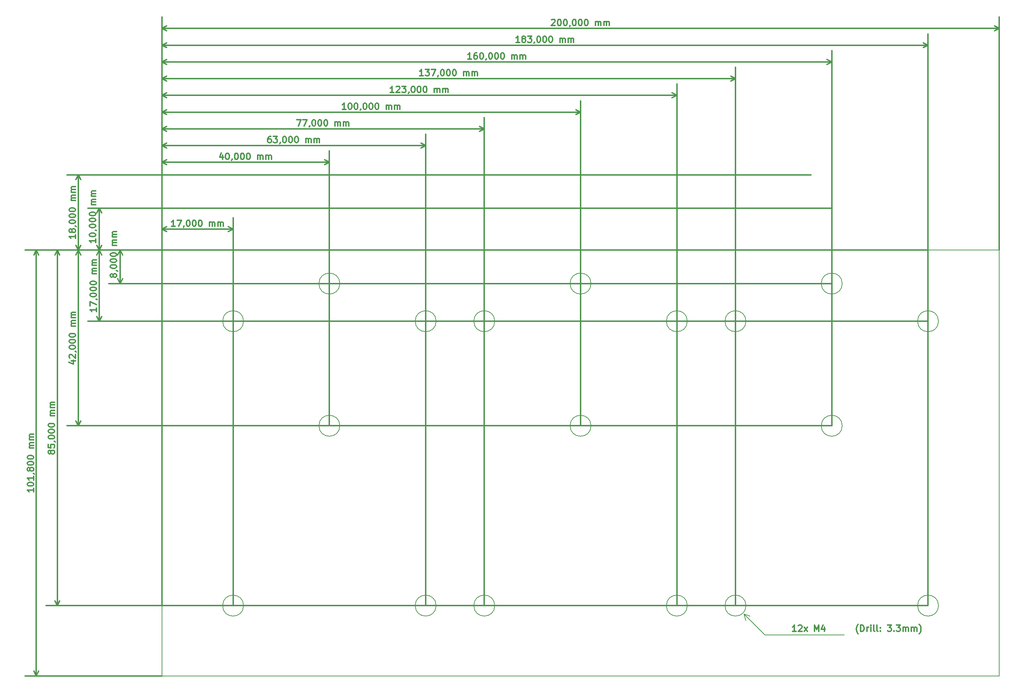
<source format=gbr>
G04 #@! TF.FileFunction,Drawing*
%FSLAX46Y46*%
G04 Gerber Fmt 4.6, Leading zero omitted, Abs format (unit mm)*
G04 Created by KiCad (PCBNEW 4.0.7) date 04/16/18 09:07:38*
%MOMM*%
%LPD*%
G01*
G04 APERTURE LIST*
%ADD10C,0.100000*%
%ADD11C,0.300000*%
%ADD12C,0.200000*%
G04 APERTURE END LIST*
D10*
D11*
X-7857142Y6671429D02*
X-8714285Y6671429D01*
X-8285713Y6671429D02*
X-8285713Y8171429D01*
X-8428570Y7957143D01*
X-8571428Y7814286D01*
X-8714285Y7742857D01*
X-7357142Y8171429D02*
X-6357142Y8171429D01*
X-6999999Y6671429D01*
X-5714286Y6742857D02*
X-5714286Y6671429D01*
X-5785714Y6528571D01*
X-5857143Y6457143D01*
X-4785714Y8171429D02*
X-4642857Y8171429D01*
X-4500000Y8100000D01*
X-4428571Y8028571D01*
X-4357142Y7885714D01*
X-4285714Y7600000D01*
X-4285714Y7242857D01*
X-4357142Y6957143D01*
X-4428571Y6814286D01*
X-4500000Y6742857D01*
X-4642857Y6671429D01*
X-4785714Y6671429D01*
X-4928571Y6742857D01*
X-5000000Y6814286D01*
X-5071428Y6957143D01*
X-5142857Y7242857D01*
X-5142857Y7600000D01*
X-5071428Y7885714D01*
X-5000000Y8028571D01*
X-4928571Y8100000D01*
X-4785714Y8171429D01*
X-3357143Y8171429D02*
X-3214286Y8171429D01*
X-3071429Y8100000D01*
X-3000000Y8028571D01*
X-2928571Y7885714D01*
X-2857143Y7600000D01*
X-2857143Y7242857D01*
X-2928571Y6957143D01*
X-3000000Y6814286D01*
X-3071429Y6742857D01*
X-3214286Y6671429D01*
X-3357143Y6671429D01*
X-3500000Y6742857D01*
X-3571429Y6814286D01*
X-3642857Y6957143D01*
X-3714286Y7242857D01*
X-3714286Y7600000D01*
X-3642857Y7885714D01*
X-3571429Y8028571D01*
X-3500000Y8100000D01*
X-3357143Y8171429D01*
X-1928572Y8171429D02*
X-1785715Y8171429D01*
X-1642858Y8100000D01*
X-1571429Y8028571D01*
X-1500000Y7885714D01*
X-1428572Y7600000D01*
X-1428572Y7242857D01*
X-1500000Y6957143D01*
X-1571429Y6814286D01*
X-1642858Y6742857D01*
X-1785715Y6671429D01*
X-1928572Y6671429D01*
X-2071429Y6742857D01*
X-2142858Y6814286D01*
X-2214286Y6957143D01*
X-2285715Y7242857D01*
X-2285715Y7600000D01*
X-2214286Y7885714D01*
X-2142858Y8028571D01*
X-2071429Y8100000D01*
X-1928572Y8171429D01*
X357142Y6671429D02*
X357142Y7671429D01*
X357142Y7528571D02*
X428570Y7600000D01*
X571428Y7671429D01*
X785713Y7671429D01*
X928570Y7600000D01*
X999999Y7457143D01*
X999999Y6671429D01*
X999999Y7457143D02*
X1071428Y7600000D01*
X1214285Y7671429D01*
X1428570Y7671429D01*
X1571428Y7600000D01*
X1642856Y7457143D01*
X1642856Y6671429D01*
X2357142Y6671429D02*
X2357142Y7671429D01*
X2357142Y7528571D02*
X2428570Y7600000D01*
X2571428Y7671429D01*
X2785713Y7671429D01*
X2928570Y7600000D01*
X2999999Y7457143D01*
X2999999Y6671429D01*
X2999999Y7457143D02*
X3071428Y7600000D01*
X3214285Y7671429D01*
X3428570Y7671429D01*
X3571428Y7600000D01*
X3642856Y7457143D01*
X3642856Y6671429D01*
X6000000Y6000000D02*
X-11000000Y6000000D01*
X6000000Y-84000000D02*
X6000000Y8700000D01*
X-11000000Y-84000000D02*
X-11000000Y8700000D01*
X-11000000Y6000000D02*
X-9873496Y6586421D01*
X-11000000Y6000000D02*
X-9873496Y5413579D01*
X6000000Y6000000D02*
X4873496Y6586421D01*
X6000000Y6000000D02*
X4873496Y5413579D01*
X-31671429Y4642858D02*
X-31671429Y3785715D01*
X-31671429Y4214287D02*
X-33171429Y4214287D01*
X-32957143Y4071430D01*
X-32814286Y3928572D01*
X-32742857Y3785715D01*
X-32528571Y5500001D02*
X-32600000Y5357143D01*
X-32671429Y5285715D01*
X-32814286Y5214286D01*
X-32885714Y5214286D01*
X-33028571Y5285715D01*
X-33100000Y5357143D01*
X-33171429Y5500001D01*
X-33171429Y5785715D01*
X-33100000Y5928572D01*
X-33028571Y6000001D01*
X-32885714Y6071429D01*
X-32814286Y6071429D01*
X-32671429Y6000001D01*
X-32600000Y5928572D01*
X-32528571Y5785715D01*
X-32528571Y5500001D01*
X-32457143Y5357143D01*
X-32385714Y5285715D01*
X-32242857Y5214286D01*
X-31957143Y5214286D01*
X-31814286Y5285715D01*
X-31742857Y5357143D01*
X-31671429Y5500001D01*
X-31671429Y5785715D01*
X-31742857Y5928572D01*
X-31814286Y6000001D01*
X-31957143Y6071429D01*
X-32242857Y6071429D01*
X-32385714Y6000001D01*
X-32457143Y5928572D01*
X-32528571Y5785715D01*
X-31742857Y6785714D02*
X-31671429Y6785714D01*
X-31528571Y6714286D01*
X-31457143Y6642857D01*
X-33171429Y7714286D02*
X-33171429Y7857143D01*
X-33100000Y8000000D01*
X-33028571Y8071429D01*
X-32885714Y8142858D01*
X-32600000Y8214286D01*
X-32242857Y8214286D01*
X-31957143Y8142858D01*
X-31814286Y8071429D01*
X-31742857Y8000000D01*
X-31671429Y7857143D01*
X-31671429Y7714286D01*
X-31742857Y7571429D01*
X-31814286Y7500000D01*
X-31957143Y7428572D01*
X-32242857Y7357143D01*
X-32600000Y7357143D01*
X-32885714Y7428572D01*
X-33028571Y7500000D01*
X-33100000Y7571429D01*
X-33171429Y7714286D01*
X-33171429Y9142857D02*
X-33171429Y9285714D01*
X-33100000Y9428571D01*
X-33028571Y9500000D01*
X-32885714Y9571429D01*
X-32600000Y9642857D01*
X-32242857Y9642857D01*
X-31957143Y9571429D01*
X-31814286Y9500000D01*
X-31742857Y9428571D01*
X-31671429Y9285714D01*
X-31671429Y9142857D01*
X-31742857Y9000000D01*
X-31814286Y8928571D01*
X-31957143Y8857143D01*
X-32242857Y8785714D01*
X-32600000Y8785714D01*
X-32885714Y8857143D01*
X-33028571Y8928571D01*
X-33100000Y9000000D01*
X-33171429Y9142857D01*
X-33171429Y10571428D02*
X-33171429Y10714285D01*
X-33100000Y10857142D01*
X-33028571Y10928571D01*
X-32885714Y11000000D01*
X-32600000Y11071428D01*
X-32242857Y11071428D01*
X-31957143Y11000000D01*
X-31814286Y10928571D01*
X-31742857Y10857142D01*
X-31671429Y10714285D01*
X-31671429Y10571428D01*
X-31742857Y10428571D01*
X-31814286Y10357142D01*
X-31957143Y10285714D01*
X-32242857Y10214285D01*
X-32600000Y10214285D01*
X-32885714Y10285714D01*
X-33028571Y10357142D01*
X-33100000Y10428571D01*
X-33171429Y10571428D01*
X-31671429Y12857142D02*
X-32671429Y12857142D01*
X-32528571Y12857142D02*
X-32600000Y12928570D01*
X-32671429Y13071428D01*
X-32671429Y13285713D01*
X-32600000Y13428570D01*
X-32457143Y13499999D01*
X-31671429Y13499999D01*
X-32457143Y13499999D02*
X-32600000Y13571428D01*
X-32671429Y13714285D01*
X-32671429Y13928570D01*
X-32600000Y14071428D01*
X-32457143Y14142856D01*
X-31671429Y14142856D01*
X-31671429Y14857142D02*
X-32671429Y14857142D01*
X-32528571Y14857142D02*
X-32600000Y14928570D01*
X-32671429Y15071428D01*
X-32671429Y15285713D01*
X-32600000Y15428570D01*
X-32457143Y15499999D01*
X-31671429Y15499999D01*
X-32457143Y15499999D02*
X-32600000Y15571428D01*
X-32671429Y15714285D01*
X-32671429Y15928570D01*
X-32600000Y16071428D01*
X-32457143Y16142856D01*
X-31671429Y16142856D01*
X-31000000Y1000000D02*
X-31000000Y19000000D01*
X144000000Y1000000D02*
X-33700000Y1000000D01*
X144000000Y19000000D02*
X-33700000Y19000000D01*
X-31000000Y19000000D02*
X-30413579Y17873496D01*
X-31000000Y19000000D02*
X-31586421Y17873496D01*
X-31000000Y1000000D02*
X-30413579Y2126504D01*
X-31000000Y1000000D02*
X-31586421Y2126504D01*
X-26821429Y3642858D02*
X-26821429Y2785715D01*
X-26821429Y3214287D02*
X-28321429Y3214287D01*
X-28107143Y3071430D01*
X-27964286Y2928572D01*
X-27892857Y2785715D01*
X-28321429Y4571429D02*
X-28321429Y4714286D01*
X-28250000Y4857143D01*
X-28178571Y4928572D01*
X-28035714Y5000001D01*
X-27750000Y5071429D01*
X-27392857Y5071429D01*
X-27107143Y5000001D01*
X-26964286Y4928572D01*
X-26892857Y4857143D01*
X-26821429Y4714286D01*
X-26821429Y4571429D01*
X-26892857Y4428572D01*
X-26964286Y4357143D01*
X-27107143Y4285715D01*
X-27392857Y4214286D01*
X-27750000Y4214286D01*
X-28035714Y4285715D01*
X-28178571Y4357143D01*
X-28250000Y4428572D01*
X-28321429Y4571429D01*
X-26892857Y5785714D02*
X-26821429Y5785714D01*
X-26678571Y5714286D01*
X-26607143Y5642857D01*
X-28321429Y6714286D02*
X-28321429Y6857143D01*
X-28250000Y7000000D01*
X-28178571Y7071429D01*
X-28035714Y7142858D01*
X-27750000Y7214286D01*
X-27392857Y7214286D01*
X-27107143Y7142858D01*
X-26964286Y7071429D01*
X-26892857Y7000000D01*
X-26821429Y6857143D01*
X-26821429Y6714286D01*
X-26892857Y6571429D01*
X-26964286Y6500000D01*
X-27107143Y6428572D01*
X-27392857Y6357143D01*
X-27750000Y6357143D01*
X-28035714Y6428572D01*
X-28178571Y6500000D01*
X-28250000Y6571429D01*
X-28321429Y6714286D01*
X-28321429Y8142857D02*
X-28321429Y8285714D01*
X-28250000Y8428571D01*
X-28178571Y8500000D01*
X-28035714Y8571429D01*
X-27750000Y8642857D01*
X-27392857Y8642857D01*
X-27107143Y8571429D01*
X-26964286Y8500000D01*
X-26892857Y8428571D01*
X-26821429Y8285714D01*
X-26821429Y8142857D01*
X-26892857Y8000000D01*
X-26964286Y7928571D01*
X-27107143Y7857143D01*
X-27392857Y7785714D01*
X-27750000Y7785714D01*
X-28035714Y7857143D01*
X-28178571Y7928571D01*
X-28250000Y8000000D01*
X-28321429Y8142857D01*
X-28321429Y9571428D02*
X-28321429Y9714285D01*
X-28250000Y9857142D01*
X-28178571Y9928571D01*
X-28035714Y10000000D01*
X-27750000Y10071428D01*
X-27392857Y10071428D01*
X-27107143Y10000000D01*
X-26964286Y9928571D01*
X-26892857Y9857142D01*
X-26821429Y9714285D01*
X-26821429Y9571428D01*
X-26892857Y9428571D01*
X-26964286Y9357142D01*
X-27107143Y9285714D01*
X-27392857Y9214285D01*
X-27750000Y9214285D01*
X-28035714Y9285714D01*
X-28178571Y9357142D01*
X-28250000Y9428571D01*
X-28321429Y9571428D01*
X-26821429Y11857142D02*
X-27821429Y11857142D01*
X-27678571Y11857142D02*
X-27750000Y11928570D01*
X-27821429Y12071428D01*
X-27821429Y12285713D01*
X-27750000Y12428570D01*
X-27607143Y12499999D01*
X-26821429Y12499999D01*
X-27607143Y12499999D02*
X-27750000Y12571428D01*
X-27821429Y12714285D01*
X-27821429Y12928570D01*
X-27750000Y13071428D01*
X-27607143Y13142856D01*
X-26821429Y13142856D01*
X-26821429Y13857142D02*
X-27821429Y13857142D01*
X-27678571Y13857142D02*
X-27750000Y13928570D01*
X-27821429Y14071428D01*
X-27821429Y14285713D01*
X-27750000Y14428570D01*
X-27607143Y14499999D01*
X-26821429Y14499999D01*
X-27607143Y14499999D02*
X-27750000Y14571428D01*
X-27821429Y14714285D01*
X-27821429Y14928570D01*
X-27750000Y15071428D01*
X-27607143Y15142856D01*
X-26821429Y15142856D01*
X-26000000Y1000000D02*
X-26000000Y11000000D01*
X149000000Y1000000D02*
X-28700000Y1000000D01*
X149000000Y11000000D02*
X-28700000Y11000000D01*
X-26000000Y11000000D02*
X-25413579Y9873496D01*
X-26000000Y11000000D02*
X-26586421Y9873496D01*
X-26000000Y1000000D02*
X-25413579Y2126504D01*
X-26000000Y1000000D02*
X-26586421Y2126504D01*
X82071430Y56028571D02*
X82142859Y56100000D01*
X82285716Y56171429D01*
X82642859Y56171429D01*
X82785716Y56100000D01*
X82857145Y56028571D01*
X82928573Y55885714D01*
X82928573Y55742857D01*
X82857145Y55528571D01*
X82000002Y54671429D01*
X82928573Y54671429D01*
X83857144Y56171429D02*
X84000001Y56171429D01*
X84142858Y56100000D01*
X84214287Y56028571D01*
X84285716Y55885714D01*
X84357144Y55600000D01*
X84357144Y55242857D01*
X84285716Y54957143D01*
X84214287Y54814286D01*
X84142858Y54742857D01*
X84000001Y54671429D01*
X83857144Y54671429D01*
X83714287Y54742857D01*
X83642858Y54814286D01*
X83571430Y54957143D01*
X83500001Y55242857D01*
X83500001Y55600000D01*
X83571430Y55885714D01*
X83642858Y56028571D01*
X83714287Y56100000D01*
X83857144Y56171429D01*
X85285715Y56171429D02*
X85428572Y56171429D01*
X85571429Y56100000D01*
X85642858Y56028571D01*
X85714287Y55885714D01*
X85785715Y55600000D01*
X85785715Y55242857D01*
X85714287Y54957143D01*
X85642858Y54814286D01*
X85571429Y54742857D01*
X85428572Y54671429D01*
X85285715Y54671429D01*
X85142858Y54742857D01*
X85071429Y54814286D01*
X85000001Y54957143D01*
X84928572Y55242857D01*
X84928572Y55600000D01*
X85000001Y55885714D01*
X85071429Y56028571D01*
X85142858Y56100000D01*
X85285715Y56171429D01*
X86500000Y54742857D02*
X86500000Y54671429D01*
X86428572Y54528571D01*
X86357143Y54457143D01*
X87428572Y56171429D02*
X87571429Y56171429D01*
X87714286Y56100000D01*
X87785715Y56028571D01*
X87857144Y55885714D01*
X87928572Y55600000D01*
X87928572Y55242857D01*
X87857144Y54957143D01*
X87785715Y54814286D01*
X87714286Y54742857D01*
X87571429Y54671429D01*
X87428572Y54671429D01*
X87285715Y54742857D01*
X87214286Y54814286D01*
X87142858Y54957143D01*
X87071429Y55242857D01*
X87071429Y55600000D01*
X87142858Y55885714D01*
X87214286Y56028571D01*
X87285715Y56100000D01*
X87428572Y56171429D01*
X88857143Y56171429D02*
X89000000Y56171429D01*
X89142857Y56100000D01*
X89214286Y56028571D01*
X89285715Y55885714D01*
X89357143Y55600000D01*
X89357143Y55242857D01*
X89285715Y54957143D01*
X89214286Y54814286D01*
X89142857Y54742857D01*
X89000000Y54671429D01*
X88857143Y54671429D01*
X88714286Y54742857D01*
X88642857Y54814286D01*
X88571429Y54957143D01*
X88500000Y55242857D01*
X88500000Y55600000D01*
X88571429Y55885714D01*
X88642857Y56028571D01*
X88714286Y56100000D01*
X88857143Y56171429D01*
X90285714Y56171429D02*
X90428571Y56171429D01*
X90571428Y56100000D01*
X90642857Y56028571D01*
X90714286Y55885714D01*
X90785714Y55600000D01*
X90785714Y55242857D01*
X90714286Y54957143D01*
X90642857Y54814286D01*
X90571428Y54742857D01*
X90428571Y54671429D01*
X90285714Y54671429D01*
X90142857Y54742857D01*
X90071428Y54814286D01*
X90000000Y54957143D01*
X89928571Y55242857D01*
X89928571Y55600000D01*
X90000000Y55885714D01*
X90071428Y56028571D01*
X90142857Y56100000D01*
X90285714Y56171429D01*
X92571428Y54671429D02*
X92571428Y55671429D01*
X92571428Y55528571D02*
X92642856Y55600000D01*
X92785714Y55671429D01*
X92999999Y55671429D01*
X93142856Y55600000D01*
X93214285Y55457143D01*
X93214285Y54671429D01*
X93214285Y55457143D02*
X93285714Y55600000D01*
X93428571Y55671429D01*
X93642856Y55671429D01*
X93785714Y55600000D01*
X93857142Y55457143D01*
X93857142Y54671429D01*
X94571428Y54671429D02*
X94571428Y55671429D01*
X94571428Y55528571D02*
X94642856Y55600000D01*
X94785714Y55671429D01*
X94999999Y55671429D01*
X95142856Y55600000D01*
X95214285Y55457143D01*
X95214285Y54671429D01*
X95214285Y55457143D02*
X95285714Y55600000D01*
X95428571Y55671429D01*
X95642856Y55671429D01*
X95785714Y55600000D01*
X95857142Y55457143D01*
X95857142Y54671429D01*
X-11000000Y54000000D02*
X189000000Y54000000D01*
X-11000000Y1000000D02*
X-11000000Y56700000D01*
X189000000Y1000000D02*
X189000000Y56700000D01*
X189000000Y54000000D02*
X187873496Y53413579D01*
X189000000Y54000000D02*
X187873496Y54586421D01*
X-11000000Y54000000D02*
X-9873496Y53413579D01*
X-11000000Y54000000D02*
X-9873496Y54586421D01*
D12*
X129500000Y-86500000D02*
X128000000Y-86000000D01*
X128000000Y-86000000D02*
X128500000Y-87500000D01*
X133000000Y-91000000D02*
X152000000Y-91000000D01*
X128000000Y-86000000D02*
X133000000Y-91000000D01*
D11*
X140464287Y-90178571D02*
X139607144Y-90178571D01*
X140035716Y-90178571D02*
X140035716Y-88678571D01*
X139892859Y-88892857D01*
X139750001Y-89035714D01*
X139607144Y-89107143D01*
X141035715Y-88821429D02*
X141107144Y-88750000D01*
X141250001Y-88678571D01*
X141607144Y-88678571D01*
X141750001Y-88750000D01*
X141821430Y-88821429D01*
X141892858Y-88964286D01*
X141892858Y-89107143D01*
X141821430Y-89321429D01*
X140964287Y-90178571D01*
X141892858Y-90178571D01*
X142392858Y-90178571D02*
X143178572Y-89178571D01*
X142392858Y-89178571D02*
X143178572Y-90178571D01*
X144892858Y-90178571D02*
X144892858Y-88678571D01*
X145392858Y-89750000D01*
X145892858Y-88678571D01*
X145892858Y-90178571D01*
X147250001Y-89178571D02*
X147250001Y-90178571D01*
X146892858Y-88607143D02*
X146535715Y-89678571D01*
X147464287Y-89678571D01*
X155321428Y-90750000D02*
X155250000Y-90678571D01*
X155107143Y-90464286D01*
X155035714Y-90321429D01*
X154964285Y-90107143D01*
X154892857Y-89750000D01*
X154892857Y-89464286D01*
X154964285Y-89107143D01*
X155035714Y-88892857D01*
X155107143Y-88750000D01*
X155250000Y-88535714D01*
X155321428Y-88464286D01*
X155892857Y-90178571D02*
X155892857Y-88678571D01*
X156250000Y-88678571D01*
X156464285Y-88750000D01*
X156607143Y-88892857D01*
X156678571Y-89035714D01*
X156750000Y-89321429D01*
X156750000Y-89535714D01*
X156678571Y-89821429D01*
X156607143Y-89964286D01*
X156464285Y-90107143D01*
X156250000Y-90178571D01*
X155892857Y-90178571D01*
X157392857Y-90178571D02*
X157392857Y-89178571D01*
X157392857Y-89464286D02*
X157464285Y-89321429D01*
X157535714Y-89250000D01*
X157678571Y-89178571D01*
X157821428Y-89178571D01*
X158321428Y-90178571D02*
X158321428Y-89178571D01*
X158321428Y-88678571D02*
X158249999Y-88750000D01*
X158321428Y-88821429D01*
X158392856Y-88750000D01*
X158321428Y-88678571D01*
X158321428Y-88821429D01*
X159250000Y-90178571D02*
X159107142Y-90107143D01*
X159035714Y-89964286D01*
X159035714Y-88678571D01*
X160035714Y-90178571D02*
X159892856Y-90107143D01*
X159821428Y-89964286D01*
X159821428Y-88678571D01*
X160607142Y-90035714D02*
X160678570Y-90107143D01*
X160607142Y-90178571D01*
X160535713Y-90107143D01*
X160607142Y-90035714D01*
X160607142Y-90178571D01*
X160607142Y-89250000D02*
X160678570Y-89321429D01*
X160607142Y-89392857D01*
X160535713Y-89321429D01*
X160607142Y-89250000D01*
X160607142Y-89392857D01*
X162321428Y-88678571D02*
X163249999Y-88678571D01*
X162749999Y-89250000D01*
X162964285Y-89250000D01*
X163107142Y-89321429D01*
X163178571Y-89392857D01*
X163249999Y-89535714D01*
X163249999Y-89892857D01*
X163178571Y-90035714D01*
X163107142Y-90107143D01*
X162964285Y-90178571D01*
X162535713Y-90178571D01*
X162392856Y-90107143D01*
X162321428Y-90035714D01*
X163892856Y-90035714D02*
X163964284Y-90107143D01*
X163892856Y-90178571D01*
X163821427Y-90107143D01*
X163892856Y-90035714D01*
X163892856Y-90178571D01*
X164464285Y-88678571D02*
X165392856Y-88678571D01*
X164892856Y-89250000D01*
X165107142Y-89250000D01*
X165249999Y-89321429D01*
X165321428Y-89392857D01*
X165392856Y-89535714D01*
X165392856Y-89892857D01*
X165321428Y-90035714D01*
X165249999Y-90107143D01*
X165107142Y-90178571D01*
X164678570Y-90178571D01*
X164535713Y-90107143D01*
X164464285Y-90035714D01*
X166035713Y-90178571D02*
X166035713Y-89178571D01*
X166035713Y-89321429D02*
X166107141Y-89250000D01*
X166249999Y-89178571D01*
X166464284Y-89178571D01*
X166607141Y-89250000D01*
X166678570Y-89392857D01*
X166678570Y-90178571D01*
X166678570Y-89392857D02*
X166749999Y-89250000D01*
X166892856Y-89178571D01*
X167107141Y-89178571D01*
X167249999Y-89250000D01*
X167321427Y-89392857D01*
X167321427Y-90178571D01*
X168035713Y-90178571D02*
X168035713Y-89178571D01*
X168035713Y-89321429D02*
X168107141Y-89250000D01*
X168249999Y-89178571D01*
X168464284Y-89178571D01*
X168607141Y-89250000D01*
X168678570Y-89392857D01*
X168678570Y-90178571D01*
X168678570Y-89392857D02*
X168749999Y-89250000D01*
X168892856Y-89178571D01*
X169107141Y-89178571D01*
X169249999Y-89250000D01*
X169321427Y-89392857D01*
X169321427Y-90178571D01*
X169892856Y-90750000D02*
X169964284Y-90678571D01*
X170107141Y-90464286D01*
X170178570Y-90321429D01*
X170249999Y-90107143D01*
X170321427Y-89750000D01*
X170321427Y-89464286D01*
X170249999Y-89107143D01*
X170178570Y-88892857D01*
X170107141Y-88750000D01*
X169964284Y-88535714D01*
X169892856Y-88464286D01*
X74428573Y50671428D02*
X73571430Y50671428D01*
X74000002Y50671428D02*
X74000002Y52171428D01*
X73857145Y51957142D01*
X73714287Y51814285D01*
X73571430Y51742856D01*
X75285716Y51528570D02*
X75142858Y51599999D01*
X75071430Y51671428D01*
X75000001Y51814285D01*
X75000001Y51885713D01*
X75071430Y52028570D01*
X75142858Y52099999D01*
X75285716Y52171428D01*
X75571430Y52171428D01*
X75714287Y52099999D01*
X75785716Y52028570D01*
X75857144Y51885713D01*
X75857144Y51814285D01*
X75785716Y51671428D01*
X75714287Y51599999D01*
X75571430Y51528570D01*
X75285716Y51528570D01*
X75142858Y51457142D01*
X75071430Y51385713D01*
X75000001Y51242856D01*
X75000001Y50957142D01*
X75071430Y50814285D01*
X75142858Y50742856D01*
X75285716Y50671428D01*
X75571430Y50671428D01*
X75714287Y50742856D01*
X75785716Y50814285D01*
X75857144Y50957142D01*
X75857144Y51242856D01*
X75785716Y51385713D01*
X75714287Y51457142D01*
X75571430Y51528570D01*
X76357144Y52171428D02*
X77285715Y52171428D01*
X76785715Y51599999D01*
X77000001Y51599999D01*
X77142858Y51528570D01*
X77214287Y51457142D01*
X77285715Y51314285D01*
X77285715Y50957142D01*
X77214287Y50814285D01*
X77142858Y50742856D01*
X77000001Y50671428D01*
X76571429Y50671428D01*
X76428572Y50742856D01*
X76357144Y50814285D01*
X78000000Y50742856D02*
X78000000Y50671428D01*
X77928572Y50528570D01*
X77857143Y50457142D01*
X78928572Y52171428D02*
X79071429Y52171428D01*
X79214286Y52099999D01*
X79285715Y52028570D01*
X79357144Y51885713D01*
X79428572Y51599999D01*
X79428572Y51242856D01*
X79357144Y50957142D01*
X79285715Y50814285D01*
X79214286Y50742856D01*
X79071429Y50671428D01*
X78928572Y50671428D01*
X78785715Y50742856D01*
X78714286Y50814285D01*
X78642858Y50957142D01*
X78571429Y51242856D01*
X78571429Y51599999D01*
X78642858Y51885713D01*
X78714286Y52028570D01*
X78785715Y52099999D01*
X78928572Y52171428D01*
X80357143Y52171428D02*
X80500000Y52171428D01*
X80642857Y52099999D01*
X80714286Y52028570D01*
X80785715Y51885713D01*
X80857143Y51599999D01*
X80857143Y51242856D01*
X80785715Y50957142D01*
X80714286Y50814285D01*
X80642857Y50742856D01*
X80500000Y50671428D01*
X80357143Y50671428D01*
X80214286Y50742856D01*
X80142857Y50814285D01*
X80071429Y50957142D01*
X80000000Y51242856D01*
X80000000Y51599999D01*
X80071429Y51885713D01*
X80142857Y52028570D01*
X80214286Y52099999D01*
X80357143Y52171428D01*
X81785714Y52171428D02*
X81928571Y52171428D01*
X82071428Y52099999D01*
X82142857Y52028570D01*
X82214286Y51885713D01*
X82285714Y51599999D01*
X82285714Y51242856D01*
X82214286Y50957142D01*
X82142857Y50814285D01*
X82071428Y50742856D01*
X81928571Y50671428D01*
X81785714Y50671428D01*
X81642857Y50742856D01*
X81571428Y50814285D01*
X81500000Y50957142D01*
X81428571Y51242856D01*
X81428571Y51599999D01*
X81500000Y51885713D01*
X81571428Y52028570D01*
X81642857Y52099999D01*
X81785714Y52171428D01*
X84071428Y50671428D02*
X84071428Y51671428D01*
X84071428Y51528570D02*
X84142856Y51599999D01*
X84285714Y51671428D01*
X84499999Y51671428D01*
X84642856Y51599999D01*
X84714285Y51457142D01*
X84714285Y50671428D01*
X84714285Y51457142D02*
X84785714Y51599999D01*
X84928571Y51671428D01*
X85142856Y51671428D01*
X85285714Y51599999D01*
X85357142Y51457142D01*
X85357142Y50671428D01*
X86071428Y50671428D02*
X86071428Y51671428D01*
X86071428Y51528570D02*
X86142856Y51599999D01*
X86285714Y51671428D01*
X86499999Y51671428D01*
X86642856Y51599999D01*
X86714285Y51457142D01*
X86714285Y50671428D01*
X86714285Y51457142D02*
X86785714Y51599999D01*
X86928571Y51671428D01*
X87142856Y51671428D01*
X87285714Y51599999D01*
X87357142Y51457142D01*
X87357142Y50671428D01*
X172000000Y49999999D02*
X-11000000Y49999999D01*
X172000000Y-84000000D02*
X172000000Y52699999D01*
X-11000000Y-84000000D02*
X-11000000Y52699999D01*
X-11000000Y49999999D02*
X-9873496Y50586420D01*
X-11000000Y49999999D02*
X-9873496Y49413578D01*
X172000000Y49999999D02*
X170873496Y50586420D01*
X172000000Y49999999D02*
X170873496Y49413578D01*
X62928573Y46671428D02*
X62071430Y46671428D01*
X62500002Y46671428D02*
X62500002Y48171428D01*
X62357145Y47957142D01*
X62214287Y47814285D01*
X62071430Y47742856D01*
X64214287Y48171428D02*
X63928573Y48171428D01*
X63785716Y48099999D01*
X63714287Y48028570D01*
X63571430Y47814285D01*
X63500001Y47528570D01*
X63500001Y46957142D01*
X63571430Y46814285D01*
X63642858Y46742856D01*
X63785716Y46671428D01*
X64071430Y46671428D01*
X64214287Y46742856D01*
X64285716Y46814285D01*
X64357144Y46957142D01*
X64357144Y47314285D01*
X64285716Y47457142D01*
X64214287Y47528570D01*
X64071430Y47599999D01*
X63785716Y47599999D01*
X63642858Y47528570D01*
X63571430Y47457142D01*
X63500001Y47314285D01*
X65285715Y48171428D02*
X65428572Y48171428D01*
X65571429Y48099999D01*
X65642858Y48028570D01*
X65714287Y47885713D01*
X65785715Y47599999D01*
X65785715Y47242856D01*
X65714287Y46957142D01*
X65642858Y46814285D01*
X65571429Y46742856D01*
X65428572Y46671428D01*
X65285715Y46671428D01*
X65142858Y46742856D01*
X65071429Y46814285D01*
X65000001Y46957142D01*
X64928572Y47242856D01*
X64928572Y47599999D01*
X65000001Y47885713D01*
X65071429Y48028570D01*
X65142858Y48099999D01*
X65285715Y48171428D01*
X66500000Y46742856D02*
X66500000Y46671428D01*
X66428572Y46528570D01*
X66357143Y46457142D01*
X67428572Y48171428D02*
X67571429Y48171428D01*
X67714286Y48099999D01*
X67785715Y48028570D01*
X67857144Y47885713D01*
X67928572Y47599999D01*
X67928572Y47242856D01*
X67857144Y46957142D01*
X67785715Y46814285D01*
X67714286Y46742856D01*
X67571429Y46671428D01*
X67428572Y46671428D01*
X67285715Y46742856D01*
X67214286Y46814285D01*
X67142858Y46957142D01*
X67071429Y47242856D01*
X67071429Y47599999D01*
X67142858Y47885713D01*
X67214286Y48028570D01*
X67285715Y48099999D01*
X67428572Y48171428D01*
X68857143Y48171428D02*
X69000000Y48171428D01*
X69142857Y48099999D01*
X69214286Y48028570D01*
X69285715Y47885713D01*
X69357143Y47599999D01*
X69357143Y47242856D01*
X69285715Y46957142D01*
X69214286Y46814285D01*
X69142857Y46742856D01*
X69000000Y46671428D01*
X68857143Y46671428D01*
X68714286Y46742856D01*
X68642857Y46814285D01*
X68571429Y46957142D01*
X68500000Y47242856D01*
X68500000Y47599999D01*
X68571429Y47885713D01*
X68642857Y48028570D01*
X68714286Y48099999D01*
X68857143Y48171428D01*
X70285714Y48171428D02*
X70428571Y48171428D01*
X70571428Y48099999D01*
X70642857Y48028570D01*
X70714286Y47885713D01*
X70785714Y47599999D01*
X70785714Y47242856D01*
X70714286Y46957142D01*
X70642857Y46814285D01*
X70571428Y46742856D01*
X70428571Y46671428D01*
X70285714Y46671428D01*
X70142857Y46742856D01*
X70071428Y46814285D01*
X70000000Y46957142D01*
X69928571Y47242856D01*
X69928571Y47599999D01*
X70000000Y47885713D01*
X70071428Y48028570D01*
X70142857Y48099999D01*
X70285714Y48171428D01*
X72571428Y46671428D02*
X72571428Y47671428D01*
X72571428Y47528570D02*
X72642856Y47599999D01*
X72785714Y47671428D01*
X72999999Y47671428D01*
X73142856Y47599999D01*
X73214285Y47457142D01*
X73214285Y46671428D01*
X73214285Y47457142D02*
X73285714Y47599999D01*
X73428571Y47671428D01*
X73642856Y47671428D01*
X73785714Y47599999D01*
X73857142Y47457142D01*
X73857142Y46671428D01*
X74571428Y46671428D02*
X74571428Y47671428D01*
X74571428Y47528570D02*
X74642856Y47599999D01*
X74785714Y47671428D01*
X74999999Y47671428D01*
X75142856Y47599999D01*
X75214285Y47457142D01*
X75214285Y46671428D01*
X75214285Y47457142D02*
X75285714Y47599999D01*
X75428571Y47671428D01*
X75642856Y47671428D01*
X75785714Y47599999D01*
X75857142Y47457142D01*
X75857142Y46671428D01*
X149000000Y45999999D02*
X-11000000Y45999999D01*
X149000000Y-41000000D02*
X149000000Y48699999D01*
X-11000000Y-41000000D02*
X-11000000Y48699999D01*
X-11000000Y45999999D02*
X-9873496Y46586420D01*
X-11000000Y45999999D02*
X-9873496Y45413578D01*
X149000000Y45999999D02*
X147873496Y46586420D01*
X149000000Y45999999D02*
X147873496Y45413578D01*
X51428573Y42671428D02*
X50571430Y42671428D01*
X51000002Y42671428D02*
X51000002Y44171428D01*
X50857145Y43957142D01*
X50714287Y43814285D01*
X50571430Y43742856D01*
X51928573Y44171428D02*
X52857144Y44171428D01*
X52357144Y43599999D01*
X52571430Y43599999D01*
X52714287Y43528570D01*
X52785716Y43457142D01*
X52857144Y43314285D01*
X52857144Y42957142D01*
X52785716Y42814285D01*
X52714287Y42742856D01*
X52571430Y42671428D01*
X52142858Y42671428D01*
X52000001Y42742856D01*
X51928573Y42814285D01*
X53357144Y44171428D02*
X54357144Y44171428D01*
X53714287Y42671428D01*
X55000000Y42742856D02*
X55000000Y42671428D01*
X54928572Y42528570D01*
X54857143Y42457142D01*
X55928572Y44171428D02*
X56071429Y44171428D01*
X56214286Y44099999D01*
X56285715Y44028570D01*
X56357144Y43885713D01*
X56428572Y43599999D01*
X56428572Y43242856D01*
X56357144Y42957142D01*
X56285715Y42814285D01*
X56214286Y42742856D01*
X56071429Y42671428D01*
X55928572Y42671428D01*
X55785715Y42742856D01*
X55714286Y42814285D01*
X55642858Y42957142D01*
X55571429Y43242856D01*
X55571429Y43599999D01*
X55642858Y43885713D01*
X55714286Y44028570D01*
X55785715Y44099999D01*
X55928572Y44171428D01*
X57357143Y44171428D02*
X57500000Y44171428D01*
X57642857Y44099999D01*
X57714286Y44028570D01*
X57785715Y43885713D01*
X57857143Y43599999D01*
X57857143Y43242856D01*
X57785715Y42957142D01*
X57714286Y42814285D01*
X57642857Y42742856D01*
X57500000Y42671428D01*
X57357143Y42671428D01*
X57214286Y42742856D01*
X57142857Y42814285D01*
X57071429Y42957142D01*
X57000000Y43242856D01*
X57000000Y43599999D01*
X57071429Y43885713D01*
X57142857Y44028570D01*
X57214286Y44099999D01*
X57357143Y44171428D01*
X58785714Y44171428D02*
X58928571Y44171428D01*
X59071428Y44099999D01*
X59142857Y44028570D01*
X59214286Y43885713D01*
X59285714Y43599999D01*
X59285714Y43242856D01*
X59214286Y42957142D01*
X59142857Y42814285D01*
X59071428Y42742856D01*
X58928571Y42671428D01*
X58785714Y42671428D01*
X58642857Y42742856D01*
X58571428Y42814285D01*
X58500000Y42957142D01*
X58428571Y43242856D01*
X58428571Y43599999D01*
X58500000Y43885713D01*
X58571428Y44028570D01*
X58642857Y44099999D01*
X58785714Y44171428D01*
X61071428Y42671428D02*
X61071428Y43671428D01*
X61071428Y43528570D02*
X61142856Y43599999D01*
X61285714Y43671428D01*
X61499999Y43671428D01*
X61642856Y43599999D01*
X61714285Y43457142D01*
X61714285Y42671428D01*
X61714285Y43457142D02*
X61785714Y43599999D01*
X61928571Y43671428D01*
X62142856Y43671428D01*
X62285714Y43599999D01*
X62357142Y43457142D01*
X62357142Y42671428D01*
X63071428Y42671428D02*
X63071428Y43671428D01*
X63071428Y43528570D02*
X63142856Y43599999D01*
X63285714Y43671428D01*
X63499999Y43671428D01*
X63642856Y43599999D01*
X63714285Y43457142D01*
X63714285Y42671428D01*
X63714285Y43457142D02*
X63785714Y43599999D01*
X63928571Y43671428D01*
X64142856Y43671428D01*
X64285714Y43599999D01*
X64357142Y43457142D01*
X64357142Y42671428D01*
X126000000Y41999999D02*
X-11000000Y41999999D01*
X126000000Y-84000000D02*
X126000000Y44699999D01*
X-11000000Y-84000000D02*
X-11000000Y44699999D01*
X-11000000Y41999999D02*
X-9873496Y42586420D01*
X-11000000Y41999999D02*
X-9873496Y41413578D01*
X126000000Y41999999D02*
X124873496Y42586420D01*
X126000000Y41999999D02*
X124873496Y41413578D01*
X44428573Y38671428D02*
X43571430Y38671428D01*
X44000002Y38671428D02*
X44000002Y40171428D01*
X43857145Y39957142D01*
X43714287Y39814285D01*
X43571430Y39742856D01*
X45000001Y40028570D02*
X45071430Y40099999D01*
X45214287Y40171428D01*
X45571430Y40171428D01*
X45714287Y40099999D01*
X45785716Y40028570D01*
X45857144Y39885713D01*
X45857144Y39742856D01*
X45785716Y39528570D01*
X44928573Y38671428D01*
X45857144Y38671428D01*
X46357144Y40171428D02*
X47285715Y40171428D01*
X46785715Y39599999D01*
X47000001Y39599999D01*
X47142858Y39528570D01*
X47214287Y39457142D01*
X47285715Y39314285D01*
X47285715Y38957142D01*
X47214287Y38814285D01*
X47142858Y38742856D01*
X47000001Y38671428D01*
X46571429Y38671428D01*
X46428572Y38742856D01*
X46357144Y38814285D01*
X48000000Y38742856D02*
X48000000Y38671428D01*
X47928572Y38528570D01*
X47857143Y38457142D01*
X48928572Y40171428D02*
X49071429Y40171428D01*
X49214286Y40099999D01*
X49285715Y40028570D01*
X49357144Y39885713D01*
X49428572Y39599999D01*
X49428572Y39242856D01*
X49357144Y38957142D01*
X49285715Y38814285D01*
X49214286Y38742856D01*
X49071429Y38671428D01*
X48928572Y38671428D01*
X48785715Y38742856D01*
X48714286Y38814285D01*
X48642858Y38957142D01*
X48571429Y39242856D01*
X48571429Y39599999D01*
X48642858Y39885713D01*
X48714286Y40028570D01*
X48785715Y40099999D01*
X48928572Y40171428D01*
X50357143Y40171428D02*
X50500000Y40171428D01*
X50642857Y40099999D01*
X50714286Y40028570D01*
X50785715Y39885713D01*
X50857143Y39599999D01*
X50857143Y39242856D01*
X50785715Y38957142D01*
X50714286Y38814285D01*
X50642857Y38742856D01*
X50500000Y38671428D01*
X50357143Y38671428D01*
X50214286Y38742856D01*
X50142857Y38814285D01*
X50071429Y38957142D01*
X50000000Y39242856D01*
X50000000Y39599999D01*
X50071429Y39885713D01*
X50142857Y40028570D01*
X50214286Y40099999D01*
X50357143Y40171428D01*
X51785714Y40171428D02*
X51928571Y40171428D01*
X52071428Y40099999D01*
X52142857Y40028570D01*
X52214286Y39885713D01*
X52285714Y39599999D01*
X52285714Y39242856D01*
X52214286Y38957142D01*
X52142857Y38814285D01*
X52071428Y38742856D01*
X51928571Y38671428D01*
X51785714Y38671428D01*
X51642857Y38742856D01*
X51571428Y38814285D01*
X51500000Y38957142D01*
X51428571Y39242856D01*
X51428571Y39599999D01*
X51500000Y39885713D01*
X51571428Y40028570D01*
X51642857Y40099999D01*
X51785714Y40171428D01*
X54071428Y38671428D02*
X54071428Y39671428D01*
X54071428Y39528570D02*
X54142856Y39599999D01*
X54285714Y39671428D01*
X54499999Y39671428D01*
X54642856Y39599999D01*
X54714285Y39457142D01*
X54714285Y38671428D01*
X54714285Y39457142D02*
X54785714Y39599999D01*
X54928571Y39671428D01*
X55142856Y39671428D01*
X55285714Y39599999D01*
X55357142Y39457142D01*
X55357142Y38671428D01*
X56071428Y38671428D02*
X56071428Y39671428D01*
X56071428Y39528570D02*
X56142856Y39599999D01*
X56285714Y39671428D01*
X56499999Y39671428D01*
X56642856Y39599999D01*
X56714285Y39457142D01*
X56714285Y38671428D01*
X56714285Y39457142D02*
X56785714Y39599999D01*
X56928571Y39671428D01*
X57142856Y39671428D01*
X57285714Y39599999D01*
X57357142Y39457142D01*
X57357142Y38671428D01*
X112000000Y37999999D02*
X-11000000Y37999999D01*
X112000000Y-84000000D02*
X112000000Y40699999D01*
X-11000000Y-84000000D02*
X-11000000Y40699999D01*
X-11000000Y37999999D02*
X-9873496Y38586420D01*
X-11000000Y37999999D02*
X-9873496Y37413578D01*
X112000000Y37999999D02*
X110873496Y38586420D01*
X112000000Y37999999D02*
X110873496Y37413578D01*
X32928573Y34671428D02*
X32071430Y34671428D01*
X32500002Y34671428D02*
X32500002Y36171428D01*
X32357145Y35957142D01*
X32214287Y35814285D01*
X32071430Y35742856D01*
X33857144Y36171428D02*
X34000001Y36171428D01*
X34142858Y36099999D01*
X34214287Y36028570D01*
X34285716Y35885713D01*
X34357144Y35599999D01*
X34357144Y35242856D01*
X34285716Y34957142D01*
X34214287Y34814285D01*
X34142858Y34742856D01*
X34000001Y34671428D01*
X33857144Y34671428D01*
X33714287Y34742856D01*
X33642858Y34814285D01*
X33571430Y34957142D01*
X33500001Y35242856D01*
X33500001Y35599999D01*
X33571430Y35885713D01*
X33642858Y36028570D01*
X33714287Y36099999D01*
X33857144Y36171428D01*
X35285715Y36171428D02*
X35428572Y36171428D01*
X35571429Y36099999D01*
X35642858Y36028570D01*
X35714287Y35885713D01*
X35785715Y35599999D01*
X35785715Y35242856D01*
X35714287Y34957142D01*
X35642858Y34814285D01*
X35571429Y34742856D01*
X35428572Y34671428D01*
X35285715Y34671428D01*
X35142858Y34742856D01*
X35071429Y34814285D01*
X35000001Y34957142D01*
X34928572Y35242856D01*
X34928572Y35599999D01*
X35000001Y35885713D01*
X35071429Y36028570D01*
X35142858Y36099999D01*
X35285715Y36171428D01*
X36500000Y34742856D02*
X36500000Y34671428D01*
X36428572Y34528570D01*
X36357143Y34457142D01*
X37428572Y36171428D02*
X37571429Y36171428D01*
X37714286Y36099999D01*
X37785715Y36028570D01*
X37857144Y35885713D01*
X37928572Y35599999D01*
X37928572Y35242856D01*
X37857144Y34957142D01*
X37785715Y34814285D01*
X37714286Y34742856D01*
X37571429Y34671428D01*
X37428572Y34671428D01*
X37285715Y34742856D01*
X37214286Y34814285D01*
X37142858Y34957142D01*
X37071429Y35242856D01*
X37071429Y35599999D01*
X37142858Y35885713D01*
X37214286Y36028570D01*
X37285715Y36099999D01*
X37428572Y36171428D01*
X38857143Y36171428D02*
X39000000Y36171428D01*
X39142857Y36099999D01*
X39214286Y36028570D01*
X39285715Y35885713D01*
X39357143Y35599999D01*
X39357143Y35242856D01*
X39285715Y34957142D01*
X39214286Y34814285D01*
X39142857Y34742856D01*
X39000000Y34671428D01*
X38857143Y34671428D01*
X38714286Y34742856D01*
X38642857Y34814285D01*
X38571429Y34957142D01*
X38500000Y35242856D01*
X38500000Y35599999D01*
X38571429Y35885713D01*
X38642857Y36028570D01*
X38714286Y36099999D01*
X38857143Y36171428D01*
X40285714Y36171428D02*
X40428571Y36171428D01*
X40571428Y36099999D01*
X40642857Y36028570D01*
X40714286Y35885713D01*
X40785714Y35599999D01*
X40785714Y35242856D01*
X40714286Y34957142D01*
X40642857Y34814285D01*
X40571428Y34742856D01*
X40428571Y34671428D01*
X40285714Y34671428D01*
X40142857Y34742856D01*
X40071428Y34814285D01*
X40000000Y34957142D01*
X39928571Y35242856D01*
X39928571Y35599999D01*
X40000000Y35885713D01*
X40071428Y36028570D01*
X40142857Y36099999D01*
X40285714Y36171428D01*
X42571428Y34671428D02*
X42571428Y35671428D01*
X42571428Y35528570D02*
X42642856Y35599999D01*
X42785714Y35671428D01*
X42999999Y35671428D01*
X43142856Y35599999D01*
X43214285Y35457142D01*
X43214285Y34671428D01*
X43214285Y35457142D02*
X43285714Y35599999D01*
X43428571Y35671428D01*
X43642856Y35671428D01*
X43785714Y35599999D01*
X43857142Y35457142D01*
X43857142Y34671428D01*
X44571428Y34671428D02*
X44571428Y35671428D01*
X44571428Y35528570D02*
X44642856Y35599999D01*
X44785714Y35671428D01*
X44999999Y35671428D01*
X45142856Y35599999D01*
X45214285Y35457142D01*
X45214285Y34671428D01*
X45214285Y35457142D02*
X45285714Y35599999D01*
X45428571Y35671428D01*
X45642856Y35671428D01*
X45785714Y35599999D01*
X45857142Y35457142D01*
X45857142Y34671428D01*
X89000000Y33999999D02*
X-11000000Y33999999D01*
X89000000Y-41000000D02*
X89000000Y36699999D01*
X-11000000Y-41000000D02*
X-11000000Y36699999D01*
X-11000000Y33999999D02*
X-9873496Y34586420D01*
X-11000000Y33999999D02*
X-9873496Y33413578D01*
X89000000Y33999999D02*
X87873496Y34586420D01*
X89000000Y33999999D02*
X87873496Y33413578D01*
X21214287Y32171428D02*
X22214287Y32171428D01*
X21571430Y30671428D01*
X22642858Y32171428D02*
X23642858Y32171428D01*
X23000001Y30671428D01*
X24285714Y30742856D02*
X24285714Y30671428D01*
X24214286Y30528570D01*
X24142857Y30457142D01*
X25214286Y32171428D02*
X25357143Y32171428D01*
X25500000Y32099999D01*
X25571429Y32028570D01*
X25642858Y31885713D01*
X25714286Y31599999D01*
X25714286Y31242856D01*
X25642858Y30957142D01*
X25571429Y30814285D01*
X25500000Y30742856D01*
X25357143Y30671428D01*
X25214286Y30671428D01*
X25071429Y30742856D01*
X25000000Y30814285D01*
X24928572Y30957142D01*
X24857143Y31242856D01*
X24857143Y31599999D01*
X24928572Y31885713D01*
X25000000Y32028570D01*
X25071429Y32099999D01*
X25214286Y32171428D01*
X26642857Y32171428D02*
X26785714Y32171428D01*
X26928571Y32099999D01*
X27000000Y32028570D01*
X27071429Y31885713D01*
X27142857Y31599999D01*
X27142857Y31242856D01*
X27071429Y30957142D01*
X27000000Y30814285D01*
X26928571Y30742856D01*
X26785714Y30671428D01*
X26642857Y30671428D01*
X26500000Y30742856D01*
X26428571Y30814285D01*
X26357143Y30957142D01*
X26285714Y31242856D01*
X26285714Y31599999D01*
X26357143Y31885713D01*
X26428571Y32028570D01*
X26500000Y32099999D01*
X26642857Y32171428D01*
X28071428Y32171428D02*
X28214285Y32171428D01*
X28357142Y32099999D01*
X28428571Y32028570D01*
X28500000Y31885713D01*
X28571428Y31599999D01*
X28571428Y31242856D01*
X28500000Y30957142D01*
X28428571Y30814285D01*
X28357142Y30742856D01*
X28214285Y30671428D01*
X28071428Y30671428D01*
X27928571Y30742856D01*
X27857142Y30814285D01*
X27785714Y30957142D01*
X27714285Y31242856D01*
X27714285Y31599999D01*
X27785714Y31885713D01*
X27857142Y32028570D01*
X27928571Y32099999D01*
X28071428Y32171428D01*
X30357142Y30671428D02*
X30357142Y31671428D01*
X30357142Y31528570D02*
X30428570Y31599999D01*
X30571428Y31671428D01*
X30785713Y31671428D01*
X30928570Y31599999D01*
X30999999Y31457142D01*
X30999999Y30671428D01*
X30999999Y31457142D02*
X31071428Y31599999D01*
X31214285Y31671428D01*
X31428570Y31671428D01*
X31571428Y31599999D01*
X31642856Y31457142D01*
X31642856Y30671428D01*
X32357142Y30671428D02*
X32357142Y31671428D01*
X32357142Y31528570D02*
X32428570Y31599999D01*
X32571428Y31671428D01*
X32785713Y31671428D01*
X32928570Y31599999D01*
X32999999Y31457142D01*
X32999999Y30671428D01*
X32999999Y31457142D02*
X33071428Y31599999D01*
X33214285Y31671428D01*
X33428570Y31671428D01*
X33571428Y31599999D01*
X33642856Y31457142D01*
X33642856Y30671428D01*
X66000000Y29999999D02*
X-11000000Y29999999D01*
X66000000Y-84000000D02*
X66000000Y32699999D01*
X-11000000Y-84000000D02*
X-11000000Y32699999D01*
X-11000000Y29999999D02*
X-9873496Y30586420D01*
X-11000000Y29999999D02*
X-9873496Y29413578D01*
X66000000Y29999999D02*
X64873496Y30586420D01*
X66000000Y29999999D02*
X64873496Y29413578D01*
X15000001Y28171429D02*
X14714287Y28171429D01*
X14571430Y28100000D01*
X14500001Y28028571D01*
X14357144Y27814286D01*
X14285715Y27528571D01*
X14285715Y26957143D01*
X14357144Y26814286D01*
X14428572Y26742857D01*
X14571430Y26671429D01*
X14857144Y26671429D01*
X15000001Y26742857D01*
X15071430Y26814286D01*
X15142858Y26957143D01*
X15142858Y27314286D01*
X15071430Y27457143D01*
X15000001Y27528571D01*
X14857144Y27600000D01*
X14571430Y27600000D01*
X14428572Y27528571D01*
X14357144Y27457143D01*
X14285715Y27314286D01*
X15642858Y28171429D02*
X16571429Y28171429D01*
X16071429Y27600000D01*
X16285715Y27600000D01*
X16428572Y27528571D01*
X16500001Y27457143D01*
X16571429Y27314286D01*
X16571429Y26957143D01*
X16500001Y26814286D01*
X16428572Y26742857D01*
X16285715Y26671429D01*
X15857143Y26671429D01*
X15714286Y26742857D01*
X15642858Y26814286D01*
X17285714Y26742857D02*
X17285714Y26671429D01*
X17214286Y26528571D01*
X17142857Y26457143D01*
X18214286Y28171429D02*
X18357143Y28171429D01*
X18500000Y28100000D01*
X18571429Y28028571D01*
X18642858Y27885714D01*
X18714286Y27600000D01*
X18714286Y27242857D01*
X18642858Y26957143D01*
X18571429Y26814286D01*
X18500000Y26742857D01*
X18357143Y26671429D01*
X18214286Y26671429D01*
X18071429Y26742857D01*
X18000000Y26814286D01*
X17928572Y26957143D01*
X17857143Y27242857D01*
X17857143Y27600000D01*
X17928572Y27885714D01*
X18000000Y28028571D01*
X18071429Y28100000D01*
X18214286Y28171429D01*
X19642857Y28171429D02*
X19785714Y28171429D01*
X19928571Y28100000D01*
X20000000Y28028571D01*
X20071429Y27885714D01*
X20142857Y27600000D01*
X20142857Y27242857D01*
X20071429Y26957143D01*
X20000000Y26814286D01*
X19928571Y26742857D01*
X19785714Y26671429D01*
X19642857Y26671429D01*
X19500000Y26742857D01*
X19428571Y26814286D01*
X19357143Y26957143D01*
X19285714Y27242857D01*
X19285714Y27600000D01*
X19357143Y27885714D01*
X19428571Y28028571D01*
X19500000Y28100000D01*
X19642857Y28171429D01*
X21071428Y28171429D02*
X21214285Y28171429D01*
X21357142Y28100000D01*
X21428571Y28028571D01*
X21500000Y27885714D01*
X21571428Y27600000D01*
X21571428Y27242857D01*
X21500000Y26957143D01*
X21428571Y26814286D01*
X21357142Y26742857D01*
X21214285Y26671429D01*
X21071428Y26671429D01*
X20928571Y26742857D01*
X20857142Y26814286D01*
X20785714Y26957143D01*
X20714285Y27242857D01*
X20714285Y27600000D01*
X20785714Y27885714D01*
X20857142Y28028571D01*
X20928571Y28100000D01*
X21071428Y28171429D01*
X23357142Y26671429D02*
X23357142Y27671429D01*
X23357142Y27528571D02*
X23428570Y27600000D01*
X23571428Y27671429D01*
X23785713Y27671429D01*
X23928570Y27600000D01*
X23999999Y27457143D01*
X23999999Y26671429D01*
X23999999Y27457143D02*
X24071428Y27600000D01*
X24214285Y27671429D01*
X24428570Y27671429D01*
X24571428Y27600000D01*
X24642856Y27457143D01*
X24642856Y26671429D01*
X25357142Y26671429D02*
X25357142Y27671429D01*
X25357142Y27528571D02*
X25428570Y27600000D01*
X25571428Y27671429D01*
X25785713Y27671429D01*
X25928570Y27600000D01*
X25999999Y27457143D01*
X25999999Y26671429D01*
X25999999Y27457143D02*
X26071428Y27600000D01*
X26214285Y27671429D01*
X26428570Y27671429D01*
X26571428Y27600000D01*
X26642856Y27457143D01*
X26642856Y26671429D01*
X52000000Y26000000D02*
X-11000000Y26000000D01*
X52000000Y-84000000D02*
X52000000Y28700000D01*
X-11000000Y-84000000D02*
X-11000000Y28700000D01*
X-11000000Y26000000D02*
X-9873496Y26586421D01*
X-11000000Y26000000D02*
X-9873496Y25413579D01*
X52000000Y26000000D02*
X50873496Y26586421D01*
X52000000Y26000000D02*
X50873496Y25413579D01*
X3500001Y23671428D02*
X3500001Y22671428D01*
X3142858Y24242856D02*
X2785715Y23171428D01*
X3714287Y23171428D01*
X4571429Y24171428D02*
X4714286Y24171428D01*
X4857143Y24099999D01*
X4928572Y24028570D01*
X5000001Y23885713D01*
X5071429Y23599999D01*
X5071429Y23242856D01*
X5000001Y22957142D01*
X4928572Y22814285D01*
X4857143Y22742856D01*
X4714286Y22671428D01*
X4571429Y22671428D01*
X4428572Y22742856D01*
X4357143Y22814285D01*
X4285715Y22957142D01*
X4214286Y23242856D01*
X4214286Y23599999D01*
X4285715Y23885713D01*
X4357143Y24028570D01*
X4428572Y24099999D01*
X4571429Y24171428D01*
X5785714Y22742856D02*
X5785714Y22671428D01*
X5714286Y22528570D01*
X5642857Y22457142D01*
X6714286Y24171428D02*
X6857143Y24171428D01*
X7000000Y24099999D01*
X7071429Y24028570D01*
X7142858Y23885713D01*
X7214286Y23599999D01*
X7214286Y23242856D01*
X7142858Y22957142D01*
X7071429Y22814285D01*
X7000000Y22742856D01*
X6857143Y22671428D01*
X6714286Y22671428D01*
X6571429Y22742856D01*
X6500000Y22814285D01*
X6428572Y22957142D01*
X6357143Y23242856D01*
X6357143Y23599999D01*
X6428572Y23885713D01*
X6500000Y24028570D01*
X6571429Y24099999D01*
X6714286Y24171428D01*
X8142857Y24171428D02*
X8285714Y24171428D01*
X8428571Y24099999D01*
X8500000Y24028570D01*
X8571429Y23885713D01*
X8642857Y23599999D01*
X8642857Y23242856D01*
X8571429Y22957142D01*
X8500000Y22814285D01*
X8428571Y22742856D01*
X8285714Y22671428D01*
X8142857Y22671428D01*
X8000000Y22742856D01*
X7928571Y22814285D01*
X7857143Y22957142D01*
X7785714Y23242856D01*
X7785714Y23599999D01*
X7857143Y23885713D01*
X7928571Y24028570D01*
X8000000Y24099999D01*
X8142857Y24171428D01*
X9571428Y24171428D02*
X9714285Y24171428D01*
X9857142Y24099999D01*
X9928571Y24028570D01*
X10000000Y23885713D01*
X10071428Y23599999D01*
X10071428Y23242856D01*
X10000000Y22957142D01*
X9928571Y22814285D01*
X9857142Y22742856D01*
X9714285Y22671428D01*
X9571428Y22671428D01*
X9428571Y22742856D01*
X9357142Y22814285D01*
X9285714Y22957142D01*
X9214285Y23242856D01*
X9214285Y23599999D01*
X9285714Y23885713D01*
X9357142Y24028570D01*
X9428571Y24099999D01*
X9571428Y24171428D01*
X11857142Y22671428D02*
X11857142Y23671428D01*
X11857142Y23528570D02*
X11928570Y23599999D01*
X12071428Y23671428D01*
X12285713Y23671428D01*
X12428570Y23599999D01*
X12499999Y23457142D01*
X12499999Y22671428D01*
X12499999Y23457142D02*
X12571428Y23599999D01*
X12714285Y23671428D01*
X12928570Y23671428D01*
X13071428Y23599999D01*
X13142856Y23457142D01*
X13142856Y22671428D01*
X13857142Y22671428D02*
X13857142Y23671428D01*
X13857142Y23528570D02*
X13928570Y23599999D01*
X14071428Y23671428D01*
X14285713Y23671428D01*
X14428570Y23599999D01*
X14499999Y23457142D01*
X14499999Y22671428D01*
X14499999Y23457142D02*
X14571428Y23599999D01*
X14714285Y23671428D01*
X14928570Y23671428D01*
X15071428Y23599999D01*
X15142856Y23457142D01*
X15142856Y22671428D01*
X29000000Y21999999D02*
X-11000000Y21999999D01*
X29000000Y-41000000D02*
X29000000Y24699999D01*
X-11000000Y-41000000D02*
X-11000000Y24699999D01*
X-11000000Y21999999D02*
X-9873496Y22586420D01*
X-11000000Y21999999D02*
X-9873496Y21413578D01*
X29000000Y21999999D02*
X27873496Y22586420D01*
X29000000Y21999999D02*
X27873496Y21413578D01*
X-41671429Y-55971427D02*
X-41671429Y-56828570D01*
X-41671429Y-56399998D02*
X-43171429Y-56399998D01*
X-42957143Y-56542855D01*
X-42814286Y-56685713D01*
X-42742857Y-56828570D01*
X-43171429Y-55042856D02*
X-43171429Y-54899999D01*
X-43100000Y-54757142D01*
X-43028571Y-54685713D01*
X-42885714Y-54614284D01*
X-42600000Y-54542856D01*
X-42242857Y-54542856D01*
X-41957143Y-54614284D01*
X-41814286Y-54685713D01*
X-41742857Y-54757142D01*
X-41671429Y-54899999D01*
X-41671429Y-55042856D01*
X-41742857Y-55185713D01*
X-41814286Y-55257142D01*
X-41957143Y-55328570D01*
X-42242857Y-55399999D01*
X-42600000Y-55399999D01*
X-42885714Y-55328570D01*
X-43028571Y-55257142D01*
X-43100000Y-55185713D01*
X-43171429Y-55042856D01*
X-41671429Y-53114285D02*
X-41671429Y-53971428D01*
X-41671429Y-53542856D02*
X-43171429Y-53542856D01*
X-42957143Y-53685713D01*
X-42814286Y-53828571D01*
X-42742857Y-53971428D01*
X-41742857Y-52400000D02*
X-41671429Y-52400000D01*
X-41528571Y-52471428D01*
X-41457143Y-52542857D01*
X-42528571Y-51542856D02*
X-42600000Y-51685714D01*
X-42671429Y-51757142D01*
X-42814286Y-51828571D01*
X-42885714Y-51828571D01*
X-43028571Y-51757142D01*
X-43100000Y-51685714D01*
X-43171429Y-51542856D01*
X-43171429Y-51257142D01*
X-43100000Y-51114285D01*
X-43028571Y-51042856D01*
X-42885714Y-50971428D01*
X-42814286Y-50971428D01*
X-42671429Y-51042856D01*
X-42600000Y-51114285D01*
X-42528571Y-51257142D01*
X-42528571Y-51542856D01*
X-42457143Y-51685714D01*
X-42385714Y-51757142D01*
X-42242857Y-51828571D01*
X-41957143Y-51828571D01*
X-41814286Y-51757142D01*
X-41742857Y-51685714D01*
X-41671429Y-51542856D01*
X-41671429Y-51257142D01*
X-41742857Y-51114285D01*
X-41814286Y-51042856D01*
X-41957143Y-50971428D01*
X-42242857Y-50971428D01*
X-42385714Y-51042856D01*
X-42457143Y-51114285D01*
X-42528571Y-51257142D01*
X-43171429Y-50042857D02*
X-43171429Y-49900000D01*
X-43100000Y-49757143D01*
X-43028571Y-49685714D01*
X-42885714Y-49614285D01*
X-42600000Y-49542857D01*
X-42242857Y-49542857D01*
X-41957143Y-49614285D01*
X-41814286Y-49685714D01*
X-41742857Y-49757143D01*
X-41671429Y-49900000D01*
X-41671429Y-50042857D01*
X-41742857Y-50185714D01*
X-41814286Y-50257143D01*
X-41957143Y-50328571D01*
X-42242857Y-50400000D01*
X-42600000Y-50400000D01*
X-42885714Y-50328571D01*
X-43028571Y-50257143D01*
X-43100000Y-50185714D01*
X-43171429Y-50042857D01*
X-43171429Y-48614286D02*
X-43171429Y-48471429D01*
X-43100000Y-48328572D01*
X-43028571Y-48257143D01*
X-42885714Y-48185714D01*
X-42600000Y-48114286D01*
X-42242857Y-48114286D01*
X-41957143Y-48185714D01*
X-41814286Y-48257143D01*
X-41742857Y-48328572D01*
X-41671429Y-48471429D01*
X-41671429Y-48614286D01*
X-41742857Y-48757143D01*
X-41814286Y-48828572D01*
X-41957143Y-48900000D01*
X-42242857Y-48971429D01*
X-42600000Y-48971429D01*
X-42885714Y-48900000D01*
X-43028571Y-48828572D01*
X-43100000Y-48757143D01*
X-43171429Y-48614286D01*
X-41671429Y-46328572D02*
X-42671429Y-46328572D01*
X-42528571Y-46328572D02*
X-42600000Y-46257144D01*
X-42671429Y-46114286D01*
X-42671429Y-45900001D01*
X-42600000Y-45757144D01*
X-42457143Y-45685715D01*
X-41671429Y-45685715D01*
X-42457143Y-45685715D02*
X-42600000Y-45614286D01*
X-42671429Y-45471429D01*
X-42671429Y-45257144D01*
X-42600000Y-45114286D01*
X-42457143Y-45042858D01*
X-41671429Y-45042858D01*
X-41671429Y-44328572D02*
X-42671429Y-44328572D01*
X-42528571Y-44328572D02*
X-42600000Y-44257144D01*
X-42671429Y-44114286D01*
X-42671429Y-43900001D01*
X-42600000Y-43757144D01*
X-42457143Y-43685715D01*
X-41671429Y-43685715D01*
X-42457143Y-43685715D02*
X-42600000Y-43614286D01*
X-42671429Y-43471429D01*
X-42671429Y-43257144D01*
X-42600000Y-43114286D01*
X-42457143Y-43042858D01*
X-41671429Y-43042858D01*
X-41000000Y-100800000D02*
X-41000000Y1000000D01*
X-11000000Y-100800000D02*
X-43700000Y-100800000D01*
X-11000000Y1000000D02*
X-43700000Y1000000D01*
X-41000000Y1000000D02*
X-40413579Y-126504D01*
X-41000000Y1000000D02*
X-41586421Y-126504D01*
X-41000000Y-100800000D02*
X-40413579Y-99673496D01*
X-41000000Y-100800000D02*
X-41586421Y-99673496D01*
X-37528571Y-47428570D02*
X-37600000Y-47571428D01*
X-37671429Y-47642856D01*
X-37814286Y-47714285D01*
X-37885714Y-47714285D01*
X-38028571Y-47642856D01*
X-38100000Y-47571428D01*
X-38171429Y-47428570D01*
X-38171429Y-47142856D01*
X-38100000Y-46999999D01*
X-38028571Y-46928570D01*
X-37885714Y-46857142D01*
X-37814286Y-46857142D01*
X-37671429Y-46928570D01*
X-37600000Y-46999999D01*
X-37528571Y-47142856D01*
X-37528571Y-47428570D01*
X-37457143Y-47571428D01*
X-37385714Y-47642856D01*
X-37242857Y-47714285D01*
X-36957143Y-47714285D01*
X-36814286Y-47642856D01*
X-36742857Y-47571428D01*
X-36671429Y-47428570D01*
X-36671429Y-47142856D01*
X-36742857Y-46999999D01*
X-36814286Y-46928570D01*
X-36957143Y-46857142D01*
X-37242857Y-46857142D01*
X-37385714Y-46928570D01*
X-37457143Y-46999999D01*
X-37528571Y-47142856D01*
X-38171429Y-45499999D02*
X-38171429Y-46214285D01*
X-37457143Y-46285714D01*
X-37528571Y-46214285D01*
X-37600000Y-46071428D01*
X-37600000Y-45714285D01*
X-37528571Y-45571428D01*
X-37457143Y-45499999D01*
X-37314286Y-45428571D01*
X-36957143Y-45428571D01*
X-36814286Y-45499999D01*
X-36742857Y-45571428D01*
X-36671429Y-45714285D01*
X-36671429Y-46071428D01*
X-36742857Y-46214285D01*
X-36814286Y-46285714D01*
X-36742857Y-44714286D02*
X-36671429Y-44714286D01*
X-36528571Y-44785714D01*
X-36457143Y-44857143D01*
X-38171429Y-43785714D02*
X-38171429Y-43642857D01*
X-38100000Y-43500000D01*
X-38028571Y-43428571D01*
X-37885714Y-43357142D01*
X-37600000Y-43285714D01*
X-37242857Y-43285714D01*
X-36957143Y-43357142D01*
X-36814286Y-43428571D01*
X-36742857Y-43500000D01*
X-36671429Y-43642857D01*
X-36671429Y-43785714D01*
X-36742857Y-43928571D01*
X-36814286Y-44000000D01*
X-36957143Y-44071428D01*
X-37242857Y-44142857D01*
X-37600000Y-44142857D01*
X-37885714Y-44071428D01*
X-38028571Y-44000000D01*
X-38100000Y-43928571D01*
X-38171429Y-43785714D01*
X-38171429Y-42357143D02*
X-38171429Y-42214286D01*
X-38100000Y-42071429D01*
X-38028571Y-42000000D01*
X-37885714Y-41928571D01*
X-37600000Y-41857143D01*
X-37242857Y-41857143D01*
X-36957143Y-41928571D01*
X-36814286Y-42000000D01*
X-36742857Y-42071429D01*
X-36671429Y-42214286D01*
X-36671429Y-42357143D01*
X-36742857Y-42500000D01*
X-36814286Y-42571429D01*
X-36957143Y-42642857D01*
X-37242857Y-42714286D01*
X-37600000Y-42714286D01*
X-37885714Y-42642857D01*
X-38028571Y-42571429D01*
X-38100000Y-42500000D01*
X-38171429Y-42357143D01*
X-38171429Y-40928572D02*
X-38171429Y-40785715D01*
X-38100000Y-40642858D01*
X-38028571Y-40571429D01*
X-37885714Y-40500000D01*
X-37600000Y-40428572D01*
X-37242857Y-40428572D01*
X-36957143Y-40500000D01*
X-36814286Y-40571429D01*
X-36742857Y-40642858D01*
X-36671429Y-40785715D01*
X-36671429Y-40928572D01*
X-36742857Y-41071429D01*
X-36814286Y-41142858D01*
X-36957143Y-41214286D01*
X-37242857Y-41285715D01*
X-37600000Y-41285715D01*
X-37885714Y-41214286D01*
X-38028571Y-41142858D01*
X-38100000Y-41071429D01*
X-38171429Y-40928572D01*
X-36671429Y-38642858D02*
X-37671429Y-38642858D01*
X-37528571Y-38642858D02*
X-37600000Y-38571430D01*
X-37671429Y-38428572D01*
X-37671429Y-38214287D01*
X-37600000Y-38071430D01*
X-37457143Y-38000001D01*
X-36671429Y-38000001D01*
X-37457143Y-38000001D02*
X-37600000Y-37928572D01*
X-37671429Y-37785715D01*
X-37671429Y-37571430D01*
X-37600000Y-37428572D01*
X-37457143Y-37357144D01*
X-36671429Y-37357144D01*
X-36671429Y-36642858D02*
X-37671429Y-36642858D01*
X-37528571Y-36642858D02*
X-37600000Y-36571430D01*
X-37671429Y-36428572D01*
X-37671429Y-36214287D01*
X-37600000Y-36071430D01*
X-37457143Y-36000001D01*
X-36671429Y-36000001D01*
X-37457143Y-36000001D02*
X-37600000Y-35928572D01*
X-37671429Y-35785715D01*
X-37671429Y-35571430D01*
X-37600000Y-35428572D01*
X-37457143Y-35357144D01*
X-36671429Y-35357144D01*
X-36000000Y-84000000D02*
X-36000000Y1000000D01*
X172000000Y-84000000D02*
X-38700000Y-84000000D01*
X172000000Y1000000D02*
X-38700000Y1000000D01*
X-36000000Y1000000D02*
X-35413579Y-126504D01*
X-36000000Y1000000D02*
X-36586421Y-126504D01*
X-36000000Y-84000000D02*
X-35413579Y-82873496D01*
X-36000000Y-84000000D02*
X-36586421Y-82873496D01*
X-32671429Y-25499999D02*
X-31671429Y-25499999D01*
X-33242857Y-25857142D02*
X-32171429Y-26214285D01*
X-32171429Y-25285713D01*
X-33028571Y-24785714D02*
X-33100000Y-24714285D01*
X-33171429Y-24571428D01*
X-33171429Y-24214285D01*
X-33100000Y-24071428D01*
X-33028571Y-23999999D01*
X-32885714Y-23928571D01*
X-32742857Y-23928571D01*
X-32528571Y-23999999D01*
X-31671429Y-24857142D01*
X-31671429Y-23928571D01*
X-31742857Y-23214286D02*
X-31671429Y-23214286D01*
X-31528571Y-23285714D01*
X-31457143Y-23357143D01*
X-33171429Y-22285714D02*
X-33171429Y-22142857D01*
X-33100000Y-22000000D01*
X-33028571Y-21928571D01*
X-32885714Y-21857142D01*
X-32600000Y-21785714D01*
X-32242857Y-21785714D01*
X-31957143Y-21857142D01*
X-31814286Y-21928571D01*
X-31742857Y-22000000D01*
X-31671429Y-22142857D01*
X-31671429Y-22285714D01*
X-31742857Y-22428571D01*
X-31814286Y-22500000D01*
X-31957143Y-22571428D01*
X-32242857Y-22642857D01*
X-32600000Y-22642857D01*
X-32885714Y-22571428D01*
X-33028571Y-22500000D01*
X-33100000Y-22428571D01*
X-33171429Y-22285714D01*
X-33171429Y-20857143D02*
X-33171429Y-20714286D01*
X-33100000Y-20571429D01*
X-33028571Y-20500000D01*
X-32885714Y-20428571D01*
X-32600000Y-20357143D01*
X-32242857Y-20357143D01*
X-31957143Y-20428571D01*
X-31814286Y-20500000D01*
X-31742857Y-20571429D01*
X-31671429Y-20714286D01*
X-31671429Y-20857143D01*
X-31742857Y-21000000D01*
X-31814286Y-21071429D01*
X-31957143Y-21142857D01*
X-32242857Y-21214286D01*
X-32600000Y-21214286D01*
X-32885714Y-21142857D01*
X-33028571Y-21071429D01*
X-33100000Y-21000000D01*
X-33171429Y-20857143D01*
X-33171429Y-19428572D02*
X-33171429Y-19285715D01*
X-33100000Y-19142858D01*
X-33028571Y-19071429D01*
X-32885714Y-19000000D01*
X-32600000Y-18928572D01*
X-32242857Y-18928572D01*
X-31957143Y-19000000D01*
X-31814286Y-19071429D01*
X-31742857Y-19142858D01*
X-31671429Y-19285715D01*
X-31671429Y-19428572D01*
X-31742857Y-19571429D01*
X-31814286Y-19642858D01*
X-31957143Y-19714286D01*
X-32242857Y-19785715D01*
X-32600000Y-19785715D01*
X-32885714Y-19714286D01*
X-33028571Y-19642858D01*
X-33100000Y-19571429D01*
X-33171429Y-19428572D01*
X-31671429Y-17142858D02*
X-32671429Y-17142858D01*
X-32528571Y-17142858D02*
X-32600000Y-17071430D01*
X-32671429Y-16928572D01*
X-32671429Y-16714287D01*
X-32600000Y-16571430D01*
X-32457143Y-16500001D01*
X-31671429Y-16500001D01*
X-32457143Y-16500001D02*
X-32600000Y-16428572D01*
X-32671429Y-16285715D01*
X-32671429Y-16071430D01*
X-32600000Y-15928572D01*
X-32457143Y-15857144D01*
X-31671429Y-15857144D01*
X-31671429Y-15142858D02*
X-32671429Y-15142858D01*
X-32528571Y-15142858D02*
X-32600000Y-15071430D01*
X-32671429Y-14928572D01*
X-32671429Y-14714287D01*
X-32600000Y-14571430D01*
X-32457143Y-14500001D01*
X-31671429Y-14500001D01*
X-32457143Y-14500001D02*
X-32600000Y-14428572D01*
X-32671429Y-14285715D01*
X-32671429Y-14071430D01*
X-32600000Y-13928572D01*
X-32457143Y-13857144D01*
X-31671429Y-13857144D01*
X-31000000Y-41000000D02*
X-31000000Y1000000D01*
X149000000Y-41000000D02*
X-33700000Y-41000000D01*
X149000000Y1000000D02*
X-33700000Y1000000D01*
X-31000000Y1000000D02*
X-30413579Y-126504D01*
X-31000000Y1000000D02*
X-31586421Y-126504D01*
X-31000000Y-41000000D02*
X-30413579Y-39873496D01*
X-31000000Y-41000000D02*
X-31586421Y-39873496D01*
X-26671429Y-12857142D02*
X-26671429Y-13714285D01*
X-26671429Y-13285713D02*
X-28171429Y-13285713D01*
X-27957143Y-13428570D01*
X-27814286Y-13571428D01*
X-27742857Y-13714285D01*
X-28171429Y-12357142D02*
X-28171429Y-11357142D01*
X-26671429Y-11999999D01*
X-26742857Y-10714286D02*
X-26671429Y-10714286D01*
X-26528571Y-10785714D01*
X-26457143Y-10857143D01*
X-28171429Y-9785714D02*
X-28171429Y-9642857D01*
X-28100000Y-9500000D01*
X-28028571Y-9428571D01*
X-27885714Y-9357142D01*
X-27600000Y-9285714D01*
X-27242857Y-9285714D01*
X-26957143Y-9357142D01*
X-26814286Y-9428571D01*
X-26742857Y-9500000D01*
X-26671429Y-9642857D01*
X-26671429Y-9785714D01*
X-26742857Y-9928571D01*
X-26814286Y-10000000D01*
X-26957143Y-10071428D01*
X-27242857Y-10142857D01*
X-27600000Y-10142857D01*
X-27885714Y-10071428D01*
X-28028571Y-10000000D01*
X-28100000Y-9928571D01*
X-28171429Y-9785714D01*
X-28171429Y-8357143D02*
X-28171429Y-8214286D01*
X-28100000Y-8071429D01*
X-28028571Y-8000000D01*
X-27885714Y-7928571D01*
X-27600000Y-7857143D01*
X-27242857Y-7857143D01*
X-26957143Y-7928571D01*
X-26814286Y-8000000D01*
X-26742857Y-8071429D01*
X-26671429Y-8214286D01*
X-26671429Y-8357143D01*
X-26742857Y-8500000D01*
X-26814286Y-8571429D01*
X-26957143Y-8642857D01*
X-27242857Y-8714286D01*
X-27600000Y-8714286D01*
X-27885714Y-8642857D01*
X-28028571Y-8571429D01*
X-28100000Y-8500000D01*
X-28171429Y-8357143D01*
X-28171429Y-6928572D02*
X-28171429Y-6785715D01*
X-28100000Y-6642858D01*
X-28028571Y-6571429D01*
X-27885714Y-6500000D01*
X-27600000Y-6428572D01*
X-27242857Y-6428572D01*
X-26957143Y-6500000D01*
X-26814286Y-6571429D01*
X-26742857Y-6642858D01*
X-26671429Y-6785715D01*
X-26671429Y-6928572D01*
X-26742857Y-7071429D01*
X-26814286Y-7142858D01*
X-26957143Y-7214286D01*
X-27242857Y-7285715D01*
X-27600000Y-7285715D01*
X-27885714Y-7214286D01*
X-28028571Y-7142858D01*
X-28100000Y-7071429D01*
X-28171429Y-6928572D01*
X-26671429Y-4642858D02*
X-27671429Y-4642858D01*
X-27528571Y-4642858D02*
X-27600000Y-4571430D01*
X-27671429Y-4428572D01*
X-27671429Y-4214287D01*
X-27600000Y-4071430D01*
X-27457143Y-4000001D01*
X-26671429Y-4000001D01*
X-27457143Y-4000001D02*
X-27600000Y-3928572D01*
X-27671429Y-3785715D01*
X-27671429Y-3571430D01*
X-27600000Y-3428572D01*
X-27457143Y-3357144D01*
X-26671429Y-3357144D01*
X-26671429Y-2642858D02*
X-27671429Y-2642858D01*
X-27528571Y-2642858D02*
X-27600000Y-2571430D01*
X-27671429Y-2428572D01*
X-27671429Y-2214287D01*
X-27600000Y-2071430D01*
X-27457143Y-2000001D01*
X-26671429Y-2000001D01*
X-27457143Y-2000001D02*
X-27600000Y-1928572D01*
X-27671429Y-1785715D01*
X-27671429Y-1571430D01*
X-27600000Y-1428572D01*
X-27457143Y-1357144D01*
X-26671429Y-1357144D01*
X-26000000Y-16000000D02*
X-26000000Y1000000D01*
X172000000Y-16000000D02*
X-28700000Y-16000000D01*
X172000000Y1000000D02*
X-28700000Y1000000D01*
X-26000000Y1000000D02*
X-25413579Y-126504D01*
X-26000000Y1000000D02*
X-26586421Y-126504D01*
X-26000000Y-16000000D02*
X-25413579Y-14873496D01*
X-26000000Y-16000000D02*
X-26586421Y-14873496D01*
X-22678571Y-5214284D02*
X-22750000Y-5357142D01*
X-22821429Y-5428570D01*
X-22964286Y-5499999D01*
X-23035714Y-5499999D01*
X-23178571Y-5428570D01*
X-23250000Y-5357142D01*
X-23321429Y-5214284D01*
X-23321429Y-4928570D01*
X-23250000Y-4785713D01*
X-23178571Y-4714284D01*
X-23035714Y-4642856D01*
X-22964286Y-4642856D01*
X-22821429Y-4714284D01*
X-22750000Y-4785713D01*
X-22678571Y-4928570D01*
X-22678571Y-5214284D01*
X-22607143Y-5357142D01*
X-22535714Y-5428570D01*
X-22392857Y-5499999D01*
X-22107143Y-5499999D01*
X-21964286Y-5428570D01*
X-21892857Y-5357142D01*
X-21821429Y-5214284D01*
X-21821429Y-4928570D01*
X-21892857Y-4785713D01*
X-21964286Y-4714284D01*
X-22107143Y-4642856D01*
X-22392857Y-4642856D01*
X-22535714Y-4714284D01*
X-22607143Y-4785713D01*
X-22678571Y-4928570D01*
X-21892857Y-3928571D02*
X-21821429Y-3928571D01*
X-21678571Y-3999999D01*
X-21607143Y-4071428D01*
X-23321429Y-2999999D02*
X-23321429Y-2857142D01*
X-23250000Y-2714285D01*
X-23178571Y-2642856D01*
X-23035714Y-2571427D01*
X-22750000Y-2499999D01*
X-22392857Y-2499999D01*
X-22107143Y-2571427D01*
X-21964286Y-2642856D01*
X-21892857Y-2714285D01*
X-21821429Y-2857142D01*
X-21821429Y-2999999D01*
X-21892857Y-3142856D01*
X-21964286Y-3214285D01*
X-22107143Y-3285713D01*
X-22392857Y-3357142D01*
X-22750000Y-3357142D01*
X-23035714Y-3285713D01*
X-23178571Y-3214285D01*
X-23250000Y-3142856D01*
X-23321429Y-2999999D01*
X-23321429Y-1571428D02*
X-23321429Y-1428571D01*
X-23250000Y-1285714D01*
X-23178571Y-1214285D01*
X-23035714Y-1142856D01*
X-22750000Y-1071428D01*
X-22392857Y-1071428D01*
X-22107143Y-1142856D01*
X-21964286Y-1214285D01*
X-21892857Y-1285714D01*
X-21821429Y-1428571D01*
X-21821429Y-1571428D01*
X-21892857Y-1714285D01*
X-21964286Y-1785714D01*
X-22107143Y-1857142D01*
X-22392857Y-1928571D01*
X-22750000Y-1928571D01*
X-23035714Y-1857142D01*
X-23178571Y-1785714D01*
X-23250000Y-1714285D01*
X-23321429Y-1571428D01*
X-23321429Y-142857D02*
X-23321429Y0D01*
X-23250000Y142857D01*
X-23178571Y214286D01*
X-23035714Y285715D01*
X-22750000Y357143D01*
X-22392857Y357143D01*
X-22107143Y285715D01*
X-21964286Y214286D01*
X-21892857Y142857D01*
X-21821429Y0D01*
X-21821429Y-142857D01*
X-21892857Y-285714D01*
X-21964286Y-357143D01*
X-22107143Y-428571D01*
X-22392857Y-500000D01*
X-22750000Y-500000D01*
X-23035714Y-428571D01*
X-23178571Y-357143D01*
X-23250000Y-285714D01*
X-23321429Y-142857D01*
X-21821429Y2142857D02*
X-22821429Y2142857D01*
X-22678571Y2142857D02*
X-22750000Y2214285D01*
X-22821429Y2357143D01*
X-22821429Y2571428D01*
X-22750000Y2714285D01*
X-22607143Y2785714D01*
X-21821429Y2785714D01*
X-22607143Y2785714D02*
X-22750000Y2857143D01*
X-22821429Y3000000D01*
X-22821429Y3214285D01*
X-22750000Y3357143D01*
X-22607143Y3428571D01*
X-21821429Y3428571D01*
X-21821429Y4142857D02*
X-22821429Y4142857D01*
X-22678571Y4142857D02*
X-22750000Y4214285D01*
X-22821429Y4357143D01*
X-22821429Y4571428D01*
X-22750000Y4714285D01*
X-22607143Y4785714D01*
X-21821429Y4785714D01*
X-22607143Y4785714D02*
X-22750000Y4857143D01*
X-22821429Y5000000D01*
X-22821429Y5214285D01*
X-22750000Y5357143D01*
X-22607143Y5428571D01*
X-21821429Y5428571D01*
X-21000000Y-7000000D02*
X-21000000Y1000000D01*
X149000000Y-7000000D02*
X-23700000Y-7000000D01*
X149000000Y1000000D02*
X-23700000Y1000000D01*
X-21000000Y1000000D02*
X-20413579Y-126504D01*
X-21000000Y1000000D02*
X-21586421Y-126504D01*
X-21000000Y-7000000D02*
X-20413579Y-5873496D01*
X-21000000Y-7000000D02*
X-21586421Y-5873496D01*
D12*
X128500000Y-84000000D02*
G75*
G03X128500000Y-84000000I-2500000J0D01*
G01*
X174500000Y-84000000D02*
G75*
G03X174500000Y-84000000I-2500000J0D01*
G01*
X151500000Y-41000000D02*
G75*
G03X151500000Y-41000000I-2500000J0D01*
G01*
X128500000Y-16000000D02*
G75*
G03X128500000Y-16000000I-2500000J0D01*
G01*
X151500000Y-7000000D02*
G75*
G03X151500000Y-7000000I-2500000J0D01*
G01*
X174500000Y-16000000D02*
G75*
G03X174500000Y-16000000I-2500000J0D01*
G01*
X114500000Y-16000000D02*
G75*
G03X114500000Y-16000000I-2500000J0D01*
G01*
X91500000Y-7000000D02*
G75*
G03X91500000Y-7000000I-2500000J0D01*
G01*
X68500000Y-16000000D02*
G75*
G03X68500000Y-16000000I-2500000J0D01*
G01*
X91500000Y-41000000D02*
G75*
G03X91500000Y-41000000I-2500000J0D01*
G01*
X114500000Y-84000000D02*
G75*
G03X114500000Y-84000000I-2500000J0D01*
G01*
X68500000Y-84000000D02*
G75*
G03X68500000Y-84000000I-2500000J0D01*
G01*
X8500000Y-84000000D02*
G75*
G03X8500000Y-84000000I-2500000J0D01*
G01*
X54500000Y-84000000D02*
G75*
G03X54500000Y-84000000I-2500000J0D01*
G01*
X31500000Y-41000000D02*
G75*
G03X31500000Y-41000000I-2500000J0D01*
G01*
X8500000Y-16000000D02*
G75*
G03X8500000Y-16000000I-2500000J0D01*
G01*
X31500000Y-7000000D02*
G75*
G03X31500000Y-7000000I-2500000J0D01*
G01*
X54500000Y-16000000D02*
G75*
G03X54500000Y-16000000I-2500000J0D01*
G01*
X-11000000Y-100800000D02*
X-11000000Y1000000D01*
X189000000Y-100800000D02*
X-11000000Y-100800000D01*
X189000000Y1000000D02*
X189000000Y-100800000D01*
X-11000000Y1000000D02*
X189000000Y1000000D01*
M02*

</source>
